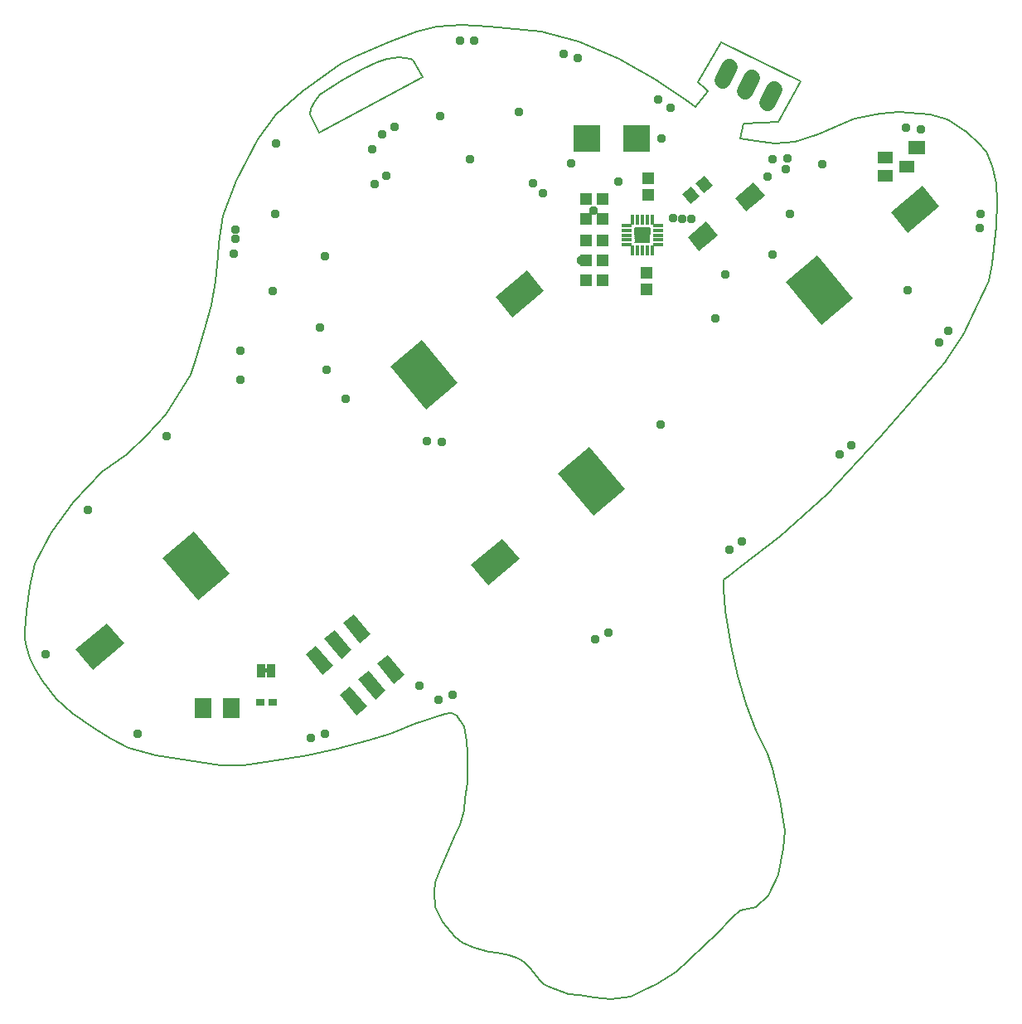
<source format=gbs>
G75*
%MOIN*%
%OFA0B0*%
%FSLAX25Y25*%
%IPPOS*%
%LPD*%
%AMOC8*
5,1,8,0,0,1.08239X$1,22.5*
%
%ADD10C,0.00600*%
%ADD11R,0.04134X0.01378*%
%ADD12R,0.01378X0.04134*%
%ADD13C,0.00591*%
%ADD14R,0.10643X0.16548*%
%ADD15R,0.22454X0.16548*%
%ADD16R,0.04737X0.05131*%
%ADD17R,0.05131X0.04737*%
%ADD18R,0.10839X0.10643*%
%ADD19R,0.09855X0.07099*%
%ADD20C,0.06800*%
%ADD21R,0.05524X0.10643*%
%ADD22R,0.06312X0.04737*%
%ADD23R,0.03556X0.02769*%
%ADD24R,0.03300X0.05800*%
%ADD25C,0.00500*%
%ADD26R,0.07099X0.07898*%
%ADD27C,0.03778*%
D10*
X0083800Y0142400D02*
X0109800Y0138400D01*
X0119300Y0138400D01*
X0130300Y0139900D01*
X0144800Y0142400D01*
X0156800Y0144900D01*
X0169300Y0148400D01*
X0178300Y0150900D01*
X0187800Y0154900D01*
X0200300Y0158900D01*
X0202300Y0159400D01*
X0202800Y0159400D01*
X0204800Y0158400D01*
X0206300Y0156400D01*
X0207800Y0153900D01*
X0208800Y0147900D01*
X0209300Y0143400D01*
X0209300Y0131400D01*
X0208300Y0124900D01*
X0207800Y0120400D01*
X0206300Y0114400D01*
X0204300Y0110400D01*
X0198300Y0096400D01*
X0196300Y0091400D01*
X0195800Y0087400D01*
X0196300Y0081400D01*
X0199300Y0075400D01*
X0204300Y0069400D01*
X0207300Y0066900D01*
X0211800Y0064900D01*
X0217800Y0063400D01*
X0221300Y0062900D01*
X0225800Y0061900D01*
X0228800Y0060900D01*
X0230800Y0059900D01*
X0232300Y0058900D01*
X0234300Y0056900D01*
X0235800Y0054900D01*
X0238300Y0051900D01*
X0239800Y0050400D01*
X0241800Y0049400D01*
X0249800Y0046400D01*
X0254300Y0045900D01*
X0260300Y0044900D01*
X0266800Y0044400D01*
X0274800Y0045400D01*
X0280300Y0047900D01*
X0285300Y0050400D01*
X0287800Y0051900D01*
X0293300Y0055400D01*
X0298300Y0059900D01*
X0304800Y0066400D01*
X0309300Y0070400D01*
X0315800Y0077400D01*
X0318800Y0079900D01*
X0325300Y0081400D01*
X0330300Y0085900D01*
X0334300Y0094400D01*
X0336300Y0104900D01*
X0336800Y0111900D01*
X0334800Y0124400D01*
X0333300Y0131400D01*
X0331800Y0136900D01*
X0329800Y0142900D01*
X0325300Y0152400D01*
X0321300Y0162900D01*
X0317800Y0174400D01*
X0315300Y0186400D01*
X0312800Y0200400D01*
X0312300Y0209400D01*
X0312300Y0212900D01*
X0314300Y0214400D01*
X0319300Y0218400D01*
X0334800Y0230400D01*
X0353800Y0247400D01*
X0374800Y0269900D01*
X0390800Y0288400D01*
X0401300Y0300400D01*
X0408800Y0311900D01*
X0414300Y0323400D01*
X0418800Y0332900D01*
X0420300Y0339900D01*
X0421800Y0354900D01*
X0422300Y0364900D01*
X0421800Y0372400D01*
X0420300Y0379400D01*
X0417800Y0384900D01*
X0414800Y0388400D01*
X0409800Y0392900D01*
X0402300Y0397900D01*
X0395300Y0399900D01*
X0382800Y0400900D01*
X0375300Y0400400D01*
X0364800Y0398400D01*
X0360300Y0396400D01*
X0350300Y0391900D01*
X0340800Y0388900D01*
X0332800Y0388400D01*
X0325300Y0389400D01*
X0318800Y0390400D01*
X0320300Y0396400D01*
X0334300Y0396900D01*
X0343300Y0413400D01*
X0311300Y0428900D01*
X0301800Y0412900D01*
X0304800Y0410400D01*
X0305800Y0409400D01*
X0300800Y0402900D01*
X0298300Y0404900D01*
X0284800Y0413900D01*
X0270300Y0422400D01*
X0253800Y0429400D01*
X0238800Y0433400D01*
X0217800Y0435400D01*
X0206800Y0435900D01*
X0196800Y0435400D01*
X0188800Y0433400D01*
X0178300Y0429400D01*
X0164300Y0423400D01*
X0158300Y0420400D01*
X0142800Y0409400D01*
X0132300Y0399900D01*
X0124800Y0389900D01*
X0116300Y0373400D01*
X0110800Y0359400D01*
X0109300Y0348400D01*
X0108800Y0342900D01*
X0107800Y0332900D01*
X0106300Y0323400D01*
X0103800Y0314900D01*
X0099800Y0301400D01*
X0097800Y0295400D01*
X0087800Y0279400D01*
X0080300Y0270900D01*
X0072300Y0263400D01*
X0062300Y0256400D01*
X0050800Y0244400D01*
X0041800Y0231900D01*
X0035300Y0219400D01*
X0033300Y0210400D01*
X0031800Y0200400D01*
X0031300Y0192400D01*
X0031300Y0188900D01*
X0031800Y0185900D01*
X0033300Y0181400D01*
X0035300Y0177400D01*
X0038300Y0172400D01*
X0043800Y0164900D01*
X0050300Y0159400D01*
X0058800Y0153400D01*
X0065800Y0148900D01*
X0072800Y0145400D01*
X0083800Y0142400D01*
X0149700Y0392600D02*
X0145800Y0399900D01*
X0146300Y0402400D01*
X0147800Y0405400D01*
X0149800Y0407900D01*
X0159300Y0413900D01*
X0167300Y0418400D01*
X0172800Y0420900D01*
X0176800Y0422400D01*
X0181800Y0422900D01*
X0186300Y0422400D01*
X0187300Y0421900D01*
X0191200Y0415100D01*
X0149700Y0392600D01*
D11*
X0273172Y0355388D03*
X0273172Y0353420D03*
X0273172Y0351451D03*
X0273172Y0349483D03*
X0273172Y0347514D03*
X0285770Y0347514D03*
X0285770Y0349483D03*
X0285770Y0351451D03*
X0285770Y0353420D03*
X0285770Y0355388D03*
D12*
X0283408Y0357750D03*
X0281439Y0357750D03*
X0279471Y0357750D03*
X0277502Y0357750D03*
X0275534Y0357750D03*
X0275534Y0345152D03*
X0277502Y0345152D03*
X0279471Y0345152D03*
X0281439Y0345152D03*
X0283408Y0345152D03*
D13*
X0282345Y0348617D02*
X0276636Y0348577D01*
X0276675Y0348588D01*
X0276704Y0348617D01*
X0276715Y0348656D01*
X0276676Y0354286D01*
X0282384Y0354246D01*
X0282345Y0348617D01*
X0282348Y0349123D02*
X0276712Y0349123D01*
X0276708Y0349712D02*
X0282353Y0349712D01*
X0282357Y0350302D02*
X0276703Y0350302D01*
X0276699Y0350891D02*
X0282361Y0350891D01*
X0282365Y0351480D02*
X0276695Y0351480D01*
X0276691Y0352069D02*
X0282369Y0352069D01*
X0282373Y0352658D02*
X0276687Y0352658D01*
X0276683Y0353247D02*
X0282377Y0353247D01*
X0282381Y0353836D02*
X0276679Y0353836D01*
D14*
G36*
X0233163Y0337152D02*
X0240004Y0329000D01*
X0227329Y0318364D01*
X0220488Y0326516D01*
X0233163Y0337152D01*
G37*
G36*
X0217437Y0210648D02*
X0210596Y0218800D01*
X0223271Y0229436D01*
X0230112Y0221284D01*
X0217437Y0210648D01*
G37*
G36*
X0058437Y0176648D02*
X0051596Y0184800D01*
X0064271Y0195436D01*
X0071112Y0187284D01*
X0058437Y0176648D01*
G37*
G36*
X0392163Y0371152D02*
X0399004Y0363000D01*
X0386329Y0352364D01*
X0379488Y0360516D01*
X0392163Y0371152D01*
G37*
D15*
G36*
X0349734Y0343259D02*
X0364166Y0326060D01*
X0351490Y0315423D01*
X0337058Y0332622D01*
X0349734Y0343259D01*
G37*
G36*
X0259866Y0238541D02*
X0245434Y0255740D01*
X0258110Y0266377D01*
X0272542Y0249178D01*
X0259866Y0238541D01*
G37*
G36*
X0190734Y0309259D02*
X0205166Y0292060D01*
X0192490Y0281423D01*
X0178058Y0298622D01*
X0190734Y0309259D01*
G37*
G36*
X0100866Y0204541D02*
X0086434Y0221740D01*
X0099110Y0232377D01*
X0113542Y0215178D01*
X0100866Y0204541D01*
G37*
D16*
X0256954Y0333400D03*
X0263646Y0333400D03*
X0263646Y0341400D03*
X0256954Y0341400D03*
X0256954Y0349400D03*
X0263646Y0349400D03*
X0263646Y0357900D03*
X0256954Y0357900D03*
X0256954Y0365900D03*
X0263646Y0365900D03*
X0281800Y0367554D03*
X0281800Y0374246D03*
G36*
X0302598Y0367007D02*
X0298971Y0363962D01*
X0295674Y0367891D01*
X0299301Y0370936D01*
X0302598Y0367007D01*
G37*
G36*
X0307726Y0371309D02*
X0304099Y0368264D01*
X0300802Y0372193D01*
X0304429Y0375238D01*
X0307726Y0371309D01*
G37*
D17*
X0281300Y0336246D03*
X0281300Y0329554D03*
D18*
X0277241Y0390400D03*
X0257359Y0390400D03*
D19*
G36*
X0297745Y0350480D02*
X0305293Y0356813D01*
X0309855Y0351376D01*
X0302307Y0345043D01*
X0297745Y0350480D01*
G37*
G36*
X0316745Y0366424D02*
X0324293Y0372757D01*
X0328855Y0367320D01*
X0321307Y0360987D01*
X0316745Y0366424D01*
G37*
D20*
X0329911Y0404753D02*
X0332588Y0410123D01*
X0323639Y0414585D02*
X0320961Y0409215D01*
X0312012Y0413677D02*
X0314689Y0419047D01*
D21*
G36*
X0159171Y0195470D02*
X0163403Y0199021D01*
X0170243Y0190870D01*
X0166011Y0187319D01*
X0159171Y0195470D01*
G37*
G36*
X0151631Y0189143D02*
X0155863Y0192694D01*
X0162703Y0184543D01*
X0158471Y0180992D01*
X0151631Y0189143D01*
G37*
G36*
X0144091Y0182816D02*
X0148323Y0186367D01*
X0155163Y0178216D01*
X0150931Y0174665D01*
X0144091Y0182816D01*
G37*
G36*
X0157757Y0166530D02*
X0161989Y0170081D01*
X0168829Y0161930D01*
X0164597Y0158379D01*
X0157757Y0166530D01*
G37*
G36*
X0165297Y0172857D02*
X0169529Y0176408D01*
X0176369Y0168257D01*
X0172137Y0164706D01*
X0165297Y0172857D01*
G37*
G36*
X0172837Y0179184D02*
X0177069Y0182735D01*
X0183909Y0174584D01*
X0179677Y0171033D01*
X0172837Y0179184D01*
G37*
D22*
X0377069Y0375260D03*
X0377069Y0382740D03*
X0385731Y0379000D03*
D23*
X0130862Y0163700D03*
X0125744Y0163700D03*
D24*
X0126300Y0176300D03*
X0130300Y0176300D03*
X0388200Y0386700D03*
X0391400Y0386700D03*
D25*
X0129050Y0176800D02*
X0127550Y0176800D01*
X0127550Y0175800D01*
X0129050Y0175800D01*
X0129050Y0176800D01*
X0129050Y0176503D02*
X0127550Y0176503D01*
X0127550Y0176004D02*
X0129050Y0176004D01*
D26*
X0114098Y0161200D03*
X0102902Y0161200D03*
D27*
X0076641Y0150987D03*
X0039451Y0183080D03*
X0056705Y0241056D03*
X0088365Y0270480D03*
X0117800Y0293400D03*
X0117800Y0304854D03*
X0130800Y0328900D03*
X0115167Y0344024D03*
X0115978Y0349874D03*
X0115877Y0353788D03*
X0131800Y0359900D03*
X0151989Y0342962D03*
X0149749Y0314166D03*
X0152438Y0297272D03*
X0160349Y0285558D03*
X0193029Y0268466D03*
X0198925Y0268130D03*
X0254925Y0341251D03*
X0259788Y0361412D03*
X0269800Y0372900D03*
X0250800Y0380400D03*
X0257300Y0390400D03*
X0235429Y0372301D03*
X0239626Y0368147D03*
X0210046Y0381804D03*
X0198300Y0399400D03*
X0179983Y0394984D03*
X0174910Y0391960D03*
X0170800Y0385900D03*
X0176679Y0375321D03*
X0171737Y0372087D03*
X0132091Y0388186D03*
X0206094Y0429524D03*
X0211999Y0429524D03*
X0230000Y0401100D03*
X0247955Y0424224D03*
X0253596Y0422478D03*
X0285947Y0405858D03*
X0290814Y0402513D03*
X0287145Y0390151D03*
X0304264Y0371751D03*
X0299356Y0357900D03*
X0295578Y0357900D03*
X0291800Y0358400D03*
X0312800Y0335767D03*
X0308801Y0317901D03*
X0331989Y0343700D03*
X0338800Y0359900D03*
X0329800Y0374900D03*
X0331852Y0382018D03*
X0337750Y0382306D03*
X0337337Y0378091D03*
X0351800Y0379900D03*
X0385657Y0394572D03*
X0391522Y0393883D03*
X0415685Y0360022D03*
X0415294Y0354129D03*
X0386300Y0329400D03*
X0402388Y0313040D03*
X0398867Y0308299D03*
X0363635Y0266869D03*
X0359014Y0263193D03*
X0319578Y0228201D03*
X0314647Y0224950D03*
X0286800Y0275400D03*
X0281300Y0329554D03*
X0265753Y0191750D03*
X0260472Y0189105D03*
X0203265Y0166484D03*
X0197678Y0164571D03*
X0189879Y0170400D03*
X0151890Y0150854D03*
X0146167Y0149395D03*
M02*

</source>
